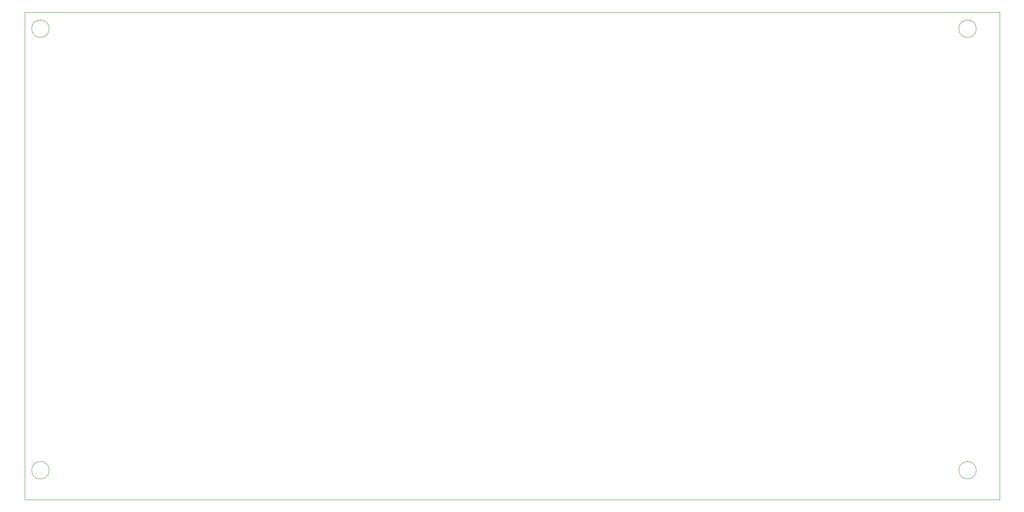
<source format=gm1>
G04 #@! TF.GenerationSoftware,KiCad,Pcbnew,7.0.11+dfsg-1build4*
G04 #@! TF.CreationDate,2024-10-20T23:49:45+01:00*
G04 #@! TF.ProjectId,edrumulus,65647275-6d75-46c7-9573-2e6b69636164,rev?*
G04 #@! TF.SameCoordinates,Original*
G04 #@! TF.FileFunction,Profile,NP*
%FSLAX46Y46*%
G04 Gerber Fmt 4.6, Leading zero omitted, Abs format (unit mm)*
G04 Created by KiCad (PCBNEW 7.0.11+dfsg-1build4) date 2024-10-20 23:49:45*
%MOMM*%
%LPD*%
G01*
G04 APERTURE LIST*
G04 #@! TA.AperFunction,Profile*
%ADD10C,0.100000*%
G04 #@! TD*
G04 APERTURE END LIST*
D10*
X221252051Y-124460000D02*
G75*
G03*
X217659949Y-124460000I-1796051J0D01*
G01*
X217659949Y-124460000D02*
G75*
G03*
X221252051Y-124460000I1796051J0D01*
G01*
X26035000Y-30480000D02*
X226035000Y-30480000D01*
X226035000Y-130480000D01*
X26035000Y-130480000D01*
X26035000Y-30480000D01*
X31065800Y-124460000D02*
G75*
G03*
X27473698Y-124460000I-1796051J0D01*
G01*
X27473698Y-124460000D02*
G75*
G03*
X31065800Y-124460000I1796051J0D01*
G01*
X31065800Y-33852311D02*
G75*
G03*
X27473698Y-33852311I-1796051J0D01*
G01*
X27473698Y-33852311D02*
G75*
G03*
X31065800Y-33852311I1796051J0D01*
G01*
X221252051Y-33852311D02*
G75*
G03*
X217659949Y-33852311I-1796051J0D01*
G01*
X217659949Y-33852311D02*
G75*
G03*
X221252051Y-33852311I1796051J0D01*
G01*
M02*

</source>
